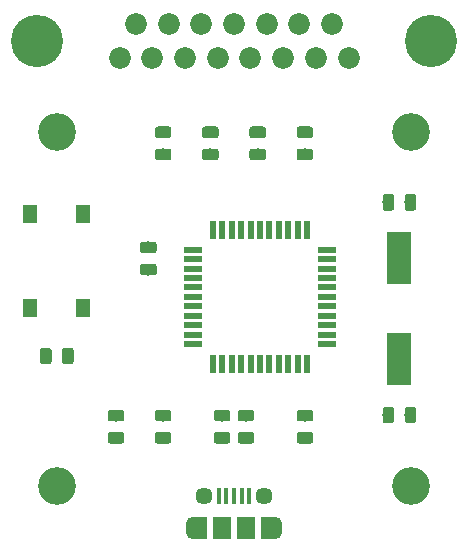
<source format=gbr>
G04 #@! TF.GenerationSoftware,KiCad,Pcbnew,5.1.4+dfsg1-1*
G04 #@! TF.CreationDate,2020-03-06T15:50:39+01:00*
G04 #@! TF.ProjectId,sidewinder-usb,73696465-7769-46e6-9465-722d7573622e,rev?*
G04 #@! TF.SameCoordinates,Original*
G04 #@! TF.FileFunction,Soldermask,Top*
G04 #@! TF.FilePolarity,Negative*
%FSLAX46Y46*%
G04 Gerber Fmt 4.6, Leading zero omitted, Abs format (unit mm)*
G04 Created by KiCad (PCBNEW 5.1.4+dfsg1-1) date 2020-03-06 15:50:39*
%MOMM*%
%LPD*%
G04 APERTURE LIST*
%ADD10R,2.000000X4.500000*%
%ADD11C,3.200000*%
%ADD12R,1.500000X0.550000*%
%ADD13R,0.550000X1.500000*%
%ADD14R,1.300000X1.550000*%
%ADD15C,0.100000*%
%ADD16C,0.975000*%
%ADD17C,1.838200*%
%ADD18C,4.419200*%
%ADD19R,1.200000X1.900000*%
%ADD20O,1.200000X1.900000*%
%ADD21R,1.500000X1.900000*%
%ADD22C,1.450000*%
%ADD23R,0.400000X1.350000*%
G04 APERTURE END LIST*
D10*
X34000000Y24250000D03*
X34000000Y15750000D03*
D11*
X35000000Y35000000D03*
X5000000Y35000000D03*
X5000000Y5000000D03*
X35000000Y5000000D03*
D12*
X16500000Y17000000D03*
X16500000Y17800000D03*
X16500000Y18600000D03*
X16500000Y19400000D03*
X16500000Y20200000D03*
X16500000Y21000000D03*
X16500000Y21800000D03*
X16500000Y22600000D03*
X16500000Y23400000D03*
X16500000Y24200000D03*
X16500000Y25000000D03*
D13*
X18200000Y26700000D03*
X19000000Y26700000D03*
X19800000Y26700000D03*
X20600000Y26700000D03*
X21400000Y26700000D03*
X22200000Y26700000D03*
X23000000Y26700000D03*
X23800000Y26700000D03*
X24600000Y26700000D03*
X25400000Y26700000D03*
X26200000Y26700000D03*
D12*
X27900000Y25000000D03*
X27900000Y24200000D03*
X27900000Y23400000D03*
X27900000Y22600000D03*
X27900000Y21800000D03*
X27900000Y21000000D03*
X27900000Y20200000D03*
X27900000Y19400000D03*
X27900000Y18600000D03*
X27900000Y17800000D03*
X27900000Y17000000D03*
D13*
X26200000Y15300000D03*
X25400000Y15300000D03*
X24600000Y15300000D03*
X23800000Y15300000D03*
X23000000Y15300000D03*
X22200000Y15300000D03*
X21400000Y15300000D03*
X20600000Y15300000D03*
X19800000Y15300000D03*
X19000000Y15300000D03*
X18200000Y15300000D03*
D14*
X2750000Y20025000D03*
X7250000Y20025000D03*
X7250000Y27975000D03*
X2750000Y27975000D03*
D15*
G36*
X22480142Y35423826D02*
G01*
X22503803Y35420316D01*
X22527007Y35414504D01*
X22549529Y35406446D01*
X22571153Y35396218D01*
X22591670Y35383921D01*
X22610883Y35369671D01*
X22628607Y35353607D01*
X22644671Y35335883D01*
X22658921Y35316670D01*
X22671218Y35296153D01*
X22681446Y35274529D01*
X22689504Y35252007D01*
X22695316Y35228803D01*
X22698826Y35205142D01*
X22700000Y35181250D01*
X22700000Y34693750D01*
X22698826Y34669858D01*
X22695316Y34646197D01*
X22689504Y34622993D01*
X22681446Y34600471D01*
X22671218Y34578847D01*
X22658921Y34558330D01*
X22644671Y34539117D01*
X22628607Y34521393D01*
X22610883Y34505329D01*
X22591670Y34491079D01*
X22571153Y34478782D01*
X22549529Y34468554D01*
X22527007Y34460496D01*
X22503803Y34454684D01*
X22480142Y34451174D01*
X22456250Y34450000D01*
X21543750Y34450000D01*
X21519858Y34451174D01*
X21496197Y34454684D01*
X21472993Y34460496D01*
X21450471Y34468554D01*
X21428847Y34478782D01*
X21408330Y34491079D01*
X21389117Y34505329D01*
X21371393Y34521393D01*
X21355329Y34539117D01*
X21341079Y34558330D01*
X21328782Y34578847D01*
X21318554Y34600471D01*
X21310496Y34622993D01*
X21304684Y34646197D01*
X21301174Y34669858D01*
X21300000Y34693750D01*
X21300000Y35181250D01*
X21301174Y35205142D01*
X21304684Y35228803D01*
X21310496Y35252007D01*
X21318554Y35274529D01*
X21328782Y35296153D01*
X21341079Y35316670D01*
X21355329Y35335883D01*
X21371393Y35353607D01*
X21389117Y35369671D01*
X21408330Y35383921D01*
X21428847Y35396218D01*
X21450471Y35406446D01*
X21472993Y35414504D01*
X21496197Y35420316D01*
X21519858Y35423826D01*
X21543750Y35425000D01*
X22456250Y35425000D01*
X22480142Y35423826D01*
X22480142Y35423826D01*
G37*
D16*
X22000000Y34937500D03*
D15*
G36*
X22480142Y33548826D02*
G01*
X22503803Y33545316D01*
X22527007Y33539504D01*
X22549529Y33531446D01*
X22571153Y33521218D01*
X22591670Y33508921D01*
X22610883Y33494671D01*
X22628607Y33478607D01*
X22644671Y33460883D01*
X22658921Y33441670D01*
X22671218Y33421153D01*
X22681446Y33399529D01*
X22689504Y33377007D01*
X22695316Y33353803D01*
X22698826Y33330142D01*
X22700000Y33306250D01*
X22700000Y32818750D01*
X22698826Y32794858D01*
X22695316Y32771197D01*
X22689504Y32747993D01*
X22681446Y32725471D01*
X22671218Y32703847D01*
X22658921Y32683330D01*
X22644671Y32664117D01*
X22628607Y32646393D01*
X22610883Y32630329D01*
X22591670Y32616079D01*
X22571153Y32603782D01*
X22549529Y32593554D01*
X22527007Y32585496D01*
X22503803Y32579684D01*
X22480142Y32576174D01*
X22456250Y32575000D01*
X21543750Y32575000D01*
X21519858Y32576174D01*
X21496197Y32579684D01*
X21472993Y32585496D01*
X21450471Y32593554D01*
X21428847Y32603782D01*
X21408330Y32616079D01*
X21389117Y32630329D01*
X21371393Y32646393D01*
X21355329Y32664117D01*
X21341079Y32683330D01*
X21328782Y32703847D01*
X21318554Y32725471D01*
X21310496Y32747993D01*
X21304684Y32771197D01*
X21301174Y32794858D01*
X21300000Y32818750D01*
X21300000Y33306250D01*
X21301174Y33330142D01*
X21304684Y33353803D01*
X21310496Y33377007D01*
X21318554Y33399529D01*
X21328782Y33421153D01*
X21341079Y33441670D01*
X21355329Y33460883D01*
X21371393Y33478607D01*
X21389117Y33494671D01*
X21408330Y33508921D01*
X21428847Y33521218D01*
X21450471Y33531446D01*
X21472993Y33539504D01*
X21496197Y33545316D01*
X21519858Y33548826D01*
X21543750Y33550000D01*
X22456250Y33550000D01*
X22480142Y33548826D01*
X22480142Y33548826D01*
G37*
D16*
X22000000Y33062500D03*
D15*
G36*
X18480142Y35423826D02*
G01*
X18503803Y35420316D01*
X18527007Y35414504D01*
X18549529Y35406446D01*
X18571153Y35396218D01*
X18591670Y35383921D01*
X18610883Y35369671D01*
X18628607Y35353607D01*
X18644671Y35335883D01*
X18658921Y35316670D01*
X18671218Y35296153D01*
X18681446Y35274529D01*
X18689504Y35252007D01*
X18695316Y35228803D01*
X18698826Y35205142D01*
X18700000Y35181250D01*
X18700000Y34693750D01*
X18698826Y34669858D01*
X18695316Y34646197D01*
X18689504Y34622993D01*
X18681446Y34600471D01*
X18671218Y34578847D01*
X18658921Y34558330D01*
X18644671Y34539117D01*
X18628607Y34521393D01*
X18610883Y34505329D01*
X18591670Y34491079D01*
X18571153Y34478782D01*
X18549529Y34468554D01*
X18527007Y34460496D01*
X18503803Y34454684D01*
X18480142Y34451174D01*
X18456250Y34450000D01*
X17543750Y34450000D01*
X17519858Y34451174D01*
X17496197Y34454684D01*
X17472993Y34460496D01*
X17450471Y34468554D01*
X17428847Y34478782D01*
X17408330Y34491079D01*
X17389117Y34505329D01*
X17371393Y34521393D01*
X17355329Y34539117D01*
X17341079Y34558330D01*
X17328782Y34578847D01*
X17318554Y34600471D01*
X17310496Y34622993D01*
X17304684Y34646197D01*
X17301174Y34669858D01*
X17300000Y34693750D01*
X17300000Y35181250D01*
X17301174Y35205142D01*
X17304684Y35228803D01*
X17310496Y35252007D01*
X17318554Y35274529D01*
X17328782Y35296153D01*
X17341079Y35316670D01*
X17355329Y35335883D01*
X17371393Y35353607D01*
X17389117Y35369671D01*
X17408330Y35383921D01*
X17428847Y35396218D01*
X17450471Y35406446D01*
X17472993Y35414504D01*
X17496197Y35420316D01*
X17519858Y35423826D01*
X17543750Y35425000D01*
X18456250Y35425000D01*
X18480142Y35423826D01*
X18480142Y35423826D01*
G37*
D16*
X18000000Y34937500D03*
D15*
G36*
X18480142Y33548826D02*
G01*
X18503803Y33545316D01*
X18527007Y33539504D01*
X18549529Y33531446D01*
X18571153Y33521218D01*
X18591670Y33508921D01*
X18610883Y33494671D01*
X18628607Y33478607D01*
X18644671Y33460883D01*
X18658921Y33441670D01*
X18671218Y33421153D01*
X18681446Y33399529D01*
X18689504Y33377007D01*
X18695316Y33353803D01*
X18698826Y33330142D01*
X18700000Y33306250D01*
X18700000Y32818750D01*
X18698826Y32794858D01*
X18695316Y32771197D01*
X18689504Y32747993D01*
X18681446Y32725471D01*
X18671218Y32703847D01*
X18658921Y32683330D01*
X18644671Y32664117D01*
X18628607Y32646393D01*
X18610883Y32630329D01*
X18591670Y32616079D01*
X18571153Y32603782D01*
X18549529Y32593554D01*
X18527007Y32585496D01*
X18503803Y32579684D01*
X18480142Y32576174D01*
X18456250Y32575000D01*
X17543750Y32575000D01*
X17519858Y32576174D01*
X17496197Y32579684D01*
X17472993Y32585496D01*
X17450471Y32593554D01*
X17428847Y32603782D01*
X17408330Y32616079D01*
X17389117Y32630329D01*
X17371393Y32646393D01*
X17355329Y32664117D01*
X17341079Y32683330D01*
X17328782Y32703847D01*
X17318554Y32725471D01*
X17310496Y32747993D01*
X17304684Y32771197D01*
X17301174Y32794858D01*
X17300000Y32818750D01*
X17300000Y33306250D01*
X17301174Y33330142D01*
X17304684Y33353803D01*
X17310496Y33377007D01*
X17318554Y33399529D01*
X17328782Y33421153D01*
X17341079Y33441670D01*
X17355329Y33460883D01*
X17371393Y33478607D01*
X17389117Y33494671D01*
X17408330Y33508921D01*
X17428847Y33521218D01*
X17450471Y33531446D01*
X17472993Y33539504D01*
X17496197Y33545316D01*
X17519858Y33548826D01*
X17543750Y33550000D01*
X18456250Y33550000D01*
X18480142Y33548826D01*
X18480142Y33548826D01*
G37*
D16*
X18000000Y33062500D03*
D15*
G36*
X6205142Y16698826D02*
G01*
X6228803Y16695316D01*
X6252007Y16689504D01*
X6274529Y16681446D01*
X6296153Y16671218D01*
X6316670Y16658921D01*
X6335883Y16644671D01*
X6353607Y16628607D01*
X6369671Y16610883D01*
X6383921Y16591670D01*
X6396218Y16571153D01*
X6406446Y16549529D01*
X6414504Y16527007D01*
X6420316Y16503803D01*
X6423826Y16480142D01*
X6425000Y16456250D01*
X6425000Y15543750D01*
X6423826Y15519858D01*
X6420316Y15496197D01*
X6414504Y15472993D01*
X6406446Y15450471D01*
X6396218Y15428847D01*
X6383921Y15408330D01*
X6369671Y15389117D01*
X6353607Y15371393D01*
X6335883Y15355329D01*
X6316670Y15341079D01*
X6296153Y15328782D01*
X6274529Y15318554D01*
X6252007Y15310496D01*
X6228803Y15304684D01*
X6205142Y15301174D01*
X6181250Y15300000D01*
X5693750Y15300000D01*
X5669858Y15301174D01*
X5646197Y15304684D01*
X5622993Y15310496D01*
X5600471Y15318554D01*
X5578847Y15328782D01*
X5558330Y15341079D01*
X5539117Y15355329D01*
X5521393Y15371393D01*
X5505329Y15389117D01*
X5491079Y15408330D01*
X5478782Y15428847D01*
X5468554Y15450471D01*
X5460496Y15472993D01*
X5454684Y15496197D01*
X5451174Y15519858D01*
X5450000Y15543750D01*
X5450000Y16456250D01*
X5451174Y16480142D01*
X5454684Y16503803D01*
X5460496Y16527007D01*
X5468554Y16549529D01*
X5478782Y16571153D01*
X5491079Y16591670D01*
X5505329Y16610883D01*
X5521393Y16628607D01*
X5539117Y16644671D01*
X5558330Y16658921D01*
X5578847Y16671218D01*
X5600471Y16681446D01*
X5622993Y16689504D01*
X5646197Y16695316D01*
X5669858Y16698826D01*
X5693750Y16700000D01*
X6181250Y16700000D01*
X6205142Y16698826D01*
X6205142Y16698826D01*
G37*
D16*
X5937500Y16000000D03*
D15*
G36*
X4330142Y16698826D02*
G01*
X4353803Y16695316D01*
X4377007Y16689504D01*
X4399529Y16681446D01*
X4421153Y16671218D01*
X4441670Y16658921D01*
X4460883Y16644671D01*
X4478607Y16628607D01*
X4494671Y16610883D01*
X4508921Y16591670D01*
X4521218Y16571153D01*
X4531446Y16549529D01*
X4539504Y16527007D01*
X4545316Y16503803D01*
X4548826Y16480142D01*
X4550000Y16456250D01*
X4550000Y15543750D01*
X4548826Y15519858D01*
X4545316Y15496197D01*
X4539504Y15472993D01*
X4531446Y15450471D01*
X4521218Y15428847D01*
X4508921Y15408330D01*
X4494671Y15389117D01*
X4478607Y15371393D01*
X4460883Y15355329D01*
X4441670Y15341079D01*
X4421153Y15328782D01*
X4399529Y15318554D01*
X4377007Y15310496D01*
X4353803Y15304684D01*
X4330142Y15301174D01*
X4306250Y15300000D01*
X3818750Y15300000D01*
X3794858Y15301174D01*
X3771197Y15304684D01*
X3747993Y15310496D01*
X3725471Y15318554D01*
X3703847Y15328782D01*
X3683330Y15341079D01*
X3664117Y15355329D01*
X3646393Y15371393D01*
X3630329Y15389117D01*
X3616079Y15408330D01*
X3603782Y15428847D01*
X3593554Y15450471D01*
X3585496Y15472993D01*
X3579684Y15496197D01*
X3576174Y15519858D01*
X3575000Y15543750D01*
X3575000Y16456250D01*
X3576174Y16480142D01*
X3579684Y16503803D01*
X3585496Y16527007D01*
X3593554Y16549529D01*
X3603782Y16571153D01*
X3616079Y16591670D01*
X3630329Y16610883D01*
X3646393Y16628607D01*
X3664117Y16644671D01*
X3683330Y16658921D01*
X3703847Y16671218D01*
X3725471Y16681446D01*
X3747993Y16689504D01*
X3771197Y16695316D01*
X3794858Y16698826D01*
X3818750Y16700000D01*
X4306250Y16700000D01*
X4330142Y16698826D01*
X4330142Y16698826D01*
G37*
D16*
X4062500Y16000000D03*
D15*
G36*
X19480142Y9548826D02*
G01*
X19503803Y9545316D01*
X19527007Y9539504D01*
X19549529Y9531446D01*
X19571153Y9521218D01*
X19591670Y9508921D01*
X19610883Y9494671D01*
X19628607Y9478607D01*
X19644671Y9460883D01*
X19658921Y9441670D01*
X19671218Y9421153D01*
X19681446Y9399529D01*
X19689504Y9377007D01*
X19695316Y9353803D01*
X19698826Y9330142D01*
X19700000Y9306250D01*
X19700000Y8818750D01*
X19698826Y8794858D01*
X19695316Y8771197D01*
X19689504Y8747993D01*
X19681446Y8725471D01*
X19671218Y8703847D01*
X19658921Y8683330D01*
X19644671Y8664117D01*
X19628607Y8646393D01*
X19610883Y8630329D01*
X19591670Y8616079D01*
X19571153Y8603782D01*
X19549529Y8593554D01*
X19527007Y8585496D01*
X19503803Y8579684D01*
X19480142Y8576174D01*
X19456250Y8575000D01*
X18543750Y8575000D01*
X18519858Y8576174D01*
X18496197Y8579684D01*
X18472993Y8585496D01*
X18450471Y8593554D01*
X18428847Y8603782D01*
X18408330Y8616079D01*
X18389117Y8630329D01*
X18371393Y8646393D01*
X18355329Y8664117D01*
X18341079Y8683330D01*
X18328782Y8703847D01*
X18318554Y8725471D01*
X18310496Y8747993D01*
X18304684Y8771197D01*
X18301174Y8794858D01*
X18300000Y8818750D01*
X18300000Y9306250D01*
X18301174Y9330142D01*
X18304684Y9353803D01*
X18310496Y9377007D01*
X18318554Y9399529D01*
X18328782Y9421153D01*
X18341079Y9441670D01*
X18355329Y9460883D01*
X18371393Y9478607D01*
X18389117Y9494671D01*
X18408330Y9508921D01*
X18428847Y9521218D01*
X18450471Y9531446D01*
X18472993Y9539504D01*
X18496197Y9545316D01*
X18519858Y9548826D01*
X18543750Y9550000D01*
X19456250Y9550000D01*
X19480142Y9548826D01*
X19480142Y9548826D01*
G37*
D16*
X19000000Y9062500D03*
D15*
G36*
X19480142Y11423826D02*
G01*
X19503803Y11420316D01*
X19527007Y11414504D01*
X19549529Y11406446D01*
X19571153Y11396218D01*
X19591670Y11383921D01*
X19610883Y11369671D01*
X19628607Y11353607D01*
X19644671Y11335883D01*
X19658921Y11316670D01*
X19671218Y11296153D01*
X19681446Y11274529D01*
X19689504Y11252007D01*
X19695316Y11228803D01*
X19698826Y11205142D01*
X19700000Y11181250D01*
X19700000Y10693750D01*
X19698826Y10669858D01*
X19695316Y10646197D01*
X19689504Y10622993D01*
X19681446Y10600471D01*
X19671218Y10578847D01*
X19658921Y10558330D01*
X19644671Y10539117D01*
X19628607Y10521393D01*
X19610883Y10505329D01*
X19591670Y10491079D01*
X19571153Y10478782D01*
X19549529Y10468554D01*
X19527007Y10460496D01*
X19503803Y10454684D01*
X19480142Y10451174D01*
X19456250Y10450000D01*
X18543750Y10450000D01*
X18519858Y10451174D01*
X18496197Y10454684D01*
X18472993Y10460496D01*
X18450471Y10468554D01*
X18428847Y10478782D01*
X18408330Y10491079D01*
X18389117Y10505329D01*
X18371393Y10521393D01*
X18355329Y10539117D01*
X18341079Y10558330D01*
X18328782Y10578847D01*
X18318554Y10600471D01*
X18310496Y10622993D01*
X18304684Y10646197D01*
X18301174Y10669858D01*
X18300000Y10693750D01*
X18300000Y11181250D01*
X18301174Y11205142D01*
X18304684Y11228803D01*
X18310496Y11252007D01*
X18318554Y11274529D01*
X18328782Y11296153D01*
X18341079Y11316670D01*
X18355329Y11335883D01*
X18371393Y11353607D01*
X18389117Y11369671D01*
X18408330Y11383921D01*
X18428847Y11396218D01*
X18450471Y11406446D01*
X18472993Y11414504D01*
X18496197Y11420316D01*
X18519858Y11423826D01*
X18543750Y11425000D01*
X19456250Y11425000D01*
X19480142Y11423826D01*
X19480142Y11423826D01*
G37*
D16*
X19000000Y10937500D03*
D15*
G36*
X21480142Y9548826D02*
G01*
X21503803Y9545316D01*
X21527007Y9539504D01*
X21549529Y9531446D01*
X21571153Y9521218D01*
X21591670Y9508921D01*
X21610883Y9494671D01*
X21628607Y9478607D01*
X21644671Y9460883D01*
X21658921Y9441670D01*
X21671218Y9421153D01*
X21681446Y9399529D01*
X21689504Y9377007D01*
X21695316Y9353803D01*
X21698826Y9330142D01*
X21700000Y9306250D01*
X21700000Y8818750D01*
X21698826Y8794858D01*
X21695316Y8771197D01*
X21689504Y8747993D01*
X21681446Y8725471D01*
X21671218Y8703847D01*
X21658921Y8683330D01*
X21644671Y8664117D01*
X21628607Y8646393D01*
X21610883Y8630329D01*
X21591670Y8616079D01*
X21571153Y8603782D01*
X21549529Y8593554D01*
X21527007Y8585496D01*
X21503803Y8579684D01*
X21480142Y8576174D01*
X21456250Y8575000D01*
X20543750Y8575000D01*
X20519858Y8576174D01*
X20496197Y8579684D01*
X20472993Y8585496D01*
X20450471Y8593554D01*
X20428847Y8603782D01*
X20408330Y8616079D01*
X20389117Y8630329D01*
X20371393Y8646393D01*
X20355329Y8664117D01*
X20341079Y8683330D01*
X20328782Y8703847D01*
X20318554Y8725471D01*
X20310496Y8747993D01*
X20304684Y8771197D01*
X20301174Y8794858D01*
X20300000Y8818750D01*
X20300000Y9306250D01*
X20301174Y9330142D01*
X20304684Y9353803D01*
X20310496Y9377007D01*
X20318554Y9399529D01*
X20328782Y9421153D01*
X20341079Y9441670D01*
X20355329Y9460883D01*
X20371393Y9478607D01*
X20389117Y9494671D01*
X20408330Y9508921D01*
X20428847Y9521218D01*
X20450471Y9531446D01*
X20472993Y9539504D01*
X20496197Y9545316D01*
X20519858Y9548826D01*
X20543750Y9550000D01*
X21456250Y9550000D01*
X21480142Y9548826D01*
X21480142Y9548826D01*
G37*
D16*
X21000000Y9062500D03*
D15*
G36*
X21480142Y11423826D02*
G01*
X21503803Y11420316D01*
X21527007Y11414504D01*
X21549529Y11406446D01*
X21571153Y11396218D01*
X21591670Y11383921D01*
X21610883Y11369671D01*
X21628607Y11353607D01*
X21644671Y11335883D01*
X21658921Y11316670D01*
X21671218Y11296153D01*
X21681446Y11274529D01*
X21689504Y11252007D01*
X21695316Y11228803D01*
X21698826Y11205142D01*
X21700000Y11181250D01*
X21700000Y10693750D01*
X21698826Y10669858D01*
X21695316Y10646197D01*
X21689504Y10622993D01*
X21681446Y10600471D01*
X21671218Y10578847D01*
X21658921Y10558330D01*
X21644671Y10539117D01*
X21628607Y10521393D01*
X21610883Y10505329D01*
X21591670Y10491079D01*
X21571153Y10478782D01*
X21549529Y10468554D01*
X21527007Y10460496D01*
X21503803Y10454684D01*
X21480142Y10451174D01*
X21456250Y10450000D01*
X20543750Y10450000D01*
X20519858Y10451174D01*
X20496197Y10454684D01*
X20472993Y10460496D01*
X20450471Y10468554D01*
X20428847Y10478782D01*
X20408330Y10491079D01*
X20389117Y10505329D01*
X20371393Y10521393D01*
X20355329Y10539117D01*
X20341079Y10558330D01*
X20328782Y10578847D01*
X20318554Y10600471D01*
X20310496Y10622993D01*
X20304684Y10646197D01*
X20301174Y10669858D01*
X20300000Y10693750D01*
X20300000Y11181250D01*
X20301174Y11205142D01*
X20304684Y11228803D01*
X20310496Y11252007D01*
X20318554Y11274529D01*
X20328782Y11296153D01*
X20341079Y11316670D01*
X20355329Y11335883D01*
X20371393Y11353607D01*
X20389117Y11369671D01*
X20408330Y11383921D01*
X20428847Y11396218D01*
X20450471Y11406446D01*
X20472993Y11414504D01*
X20496197Y11420316D01*
X20519858Y11423826D01*
X20543750Y11425000D01*
X21456250Y11425000D01*
X21480142Y11423826D01*
X21480142Y11423826D01*
G37*
D16*
X21000000Y10937500D03*
D17*
X11690000Y44105000D03*
X14460000Y44105000D03*
X17230000Y44105000D03*
X28310000Y44105000D03*
X25540000Y44105000D03*
X22770000Y44105000D03*
X20000000Y44105000D03*
X29695000Y41265000D03*
X10305000Y41265000D03*
X13075000Y41265000D03*
X15845000Y41265000D03*
X26925000Y41265000D03*
X24155000Y41265000D03*
X21385000Y41265000D03*
X18615000Y41265000D03*
D18*
X3340000Y42685000D03*
X36660000Y42685000D03*
D19*
X17100000Y1462500D03*
X22900000Y1462500D03*
D20*
X23500000Y1462500D03*
X16500000Y1462500D03*
D21*
X19000000Y1462500D03*
D22*
X22500000Y4162500D03*
D23*
X20000000Y4162500D03*
X20650000Y4162500D03*
X21300000Y4162500D03*
X18700000Y4162500D03*
X19350000Y4162500D03*
D22*
X17500000Y4162500D03*
D21*
X21000000Y1462500D03*
D15*
G36*
X14480142Y11423826D02*
G01*
X14503803Y11420316D01*
X14527007Y11414504D01*
X14549529Y11406446D01*
X14571153Y11396218D01*
X14591670Y11383921D01*
X14610883Y11369671D01*
X14628607Y11353607D01*
X14644671Y11335883D01*
X14658921Y11316670D01*
X14671218Y11296153D01*
X14681446Y11274529D01*
X14689504Y11252007D01*
X14695316Y11228803D01*
X14698826Y11205142D01*
X14700000Y11181250D01*
X14700000Y10693750D01*
X14698826Y10669858D01*
X14695316Y10646197D01*
X14689504Y10622993D01*
X14681446Y10600471D01*
X14671218Y10578847D01*
X14658921Y10558330D01*
X14644671Y10539117D01*
X14628607Y10521393D01*
X14610883Y10505329D01*
X14591670Y10491079D01*
X14571153Y10478782D01*
X14549529Y10468554D01*
X14527007Y10460496D01*
X14503803Y10454684D01*
X14480142Y10451174D01*
X14456250Y10450000D01*
X13543750Y10450000D01*
X13519858Y10451174D01*
X13496197Y10454684D01*
X13472993Y10460496D01*
X13450471Y10468554D01*
X13428847Y10478782D01*
X13408330Y10491079D01*
X13389117Y10505329D01*
X13371393Y10521393D01*
X13355329Y10539117D01*
X13341079Y10558330D01*
X13328782Y10578847D01*
X13318554Y10600471D01*
X13310496Y10622993D01*
X13304684Y10646197D01*
X13301174Y10669858D01*
X13300000Y10693750D01*
X13300000Y11181250D01*
X13301174Y11205142D01*
X13304684Y11228803D01*
X13310496Y11252007D01*
X13318554Y11274529D01*
X13328782Y11296153D01*
X13341079Y11316670D01*
X13355329Y11335883D01*
X13371393Y11353607D01*
X13389117Y11369671D01*
X13408330Y11383921D01*
X13428847Y11396218D01*
X13450471Y11406446D01*
X13472993Y11414504D01*
X13496197Y11420316D01*
X13519858Y11423826D01*
X13543750Y11425000D01*
X14456250Y11425000D01*
X14480142Y11423826D01*
X14480142Y11423826D01*
G37*
D16*
X14000000Y10937500D03*
D15*
G36*
X14480142Y9548826D02*
G01*
X14503803Y9545316D01*
X14527007Y9539504D01*
X14549529Y9531446D01*
X14571153Y9521218D01*
X14591670Y9508921D01*
X14610883Y9494671D01*
X14628607Y9478607D01*
X14644671Y9460883D01*
X14658921Y9441670D01*
X14671218Y9421153D01*
X14681446Y9399529D01*
X14689504Y9377007D01*
X14695316Y9353803D01*
X14698826Y9330142D01*
X14700000Y9306250D01*
X14700000Y8818750D01*
X14698826Y8794858D01*
X14695316Y8771197D01*
X14689504Y8747993D01*
X14681446Y8725471D01*
X14671218Y8703847D01*
X14658921Y8683330D01*
X14644671Y8664117D01*
X14628607Y8646393D01*
X14610883Y8630329D01*
X14591670Y8616079D01*
X14571153Y8603782D01*
X14549529Y8593554D01*
X14527007Y8585496D01*
X14503803Y8579684D01*
X14480142Y8576174D01*
X14456250Y8575000D01*
X13543750Y8575000D01*
X13519858Y8576174D01*
X13496197Y8579684D01*
X13472993Y8585496D01*
X13450471Y8593554D01*
X13428847Y8603782D01*
X13408330Y8616079D01*
X13389117Y8630329D01*
X13371393Y8646393D01*
X13355329Y8664117D01*
X13341079Y8683330D01*
X13328782Y8703847D01*
X13318554Y8725471D01*
X13310496Y8747993D01*
X13304684Y8771197D01*
X13301174Y8794858D01*
X13300000Y8818750D01*
X13300000Y9306250D01*
X13301174Y9330142D01*
X13304684Y9353803D01*
X13310496Y9377007D01*
X13318554Y9399529D01*
X13328782Y9421153D01*
X13341079Y9441670D01*
X13355329Y9460883D01*
X13371393Y9478607D01*
X13389117Y9494671D01*
X13408330Y9508921D01*
X13428847Y9521218D01*
X13450471Y9531446D01*
X13472993Y9539504D01*
X13496197Y9545316D01*
X13519858Y9548826D01*
X13543750Y9550000D01*
X14456250Y9550000D01*
X14480142Y9548826D01*
X14480142Y9548826D01*
G37*
D16*
X14000000Y9062500D03*
D15*
G36*
X26480142Y35423826D02*
G01*
X26503803Y35420316D01*
X26527007Y35414504D01*
X26549529Y35406446D01*
X26571153Y35396218D01*
X26591670Y35383921D01*
X26610883Y35369671D01*
X26628607Y35353607D01*
X26644671Y35335883D01*
X26658921Y35316670D01*
X26671218Y35296153D01*
X26681446Y35274529D01*
X26689504Y35252007D01*
X26695316Y35228803D01*
X26698826Y35205142D01*
X26700000Y35181250D01*
X26700000Y34693750D01*
X26698826Y34669858D01*
X26695316Y34646197D01*
X26689504Y34622993D01*
X26681446Y34600471D01*
X26671218Y34578847D01*
X26658921Y34558330D01*
X26644671Y34539117D01*
X26628607Y34521393D01*
X26610883Y34505329D01*
X26591670Y34491079D01*
X26571153Y34478782D01*
X26549529Y34468554D01*
X26527007Y34460496D01*
X26503803Y34454684D01*
X26480142Y34451174D01*
X26456250Y34450000D01*
X25543750Y34450000D01*
X25519858Y34451174D01*
X25496197Y34454684D01*
X25472993Y34460496D01*
X25450471Y34468554D01*
X25428847Y34478782D01*
X25408330Y34491079D01*
X25389117Y34505329D01*
X25371393Y34521393D01*
X25355329Y34539117D01*
X25341079Y34558330D01*
X25328782Y34578847D01*
X25318554Y34600471D01*
X25310496Y34622993D01*
X25304684Y34646197D01*
X25301174Y34669858D01*
X25300000Y34693750D01*
X25300000Y35181250D01*
X25301174Y35205142D01*
X25304684Y35228803D01*
X25310496Y35252007D01*
X25318554Y35274529D01*
X25328782Y35296153D01*
X25341079Y35316670D01*
X25355329Y35335883D01*
X25371393Y35353607D01*
X25389117Y35369671D01*
X25408330Y35383921D01*
X25428847Y35396218D01*
X25450471Y35406446D01*
X25472993Y35414504D01*
X25496197Y35420316D01*
X25519858Y35423826D01*
X25543750Y35425000D01*
X26456250Y35425000D01*
X26480142Y35423826D01*
X26480142Y35423826D01*
G37*
D16*
X26000000Y34937500D03*
D15*
G36*
X26480142Y33548826D02*
G01*
X26503803Y33545316D01*
X26527007Y33539504D01*
X26549529Y33531446D01*
X26571153Y33521218D01*
X26591670Y33508921D01*
X26610883Y33494671D01*
X26628607Y33478607D01*
X26644671Y33460883D01*
X26658921Y33441670D01*
X26671218Y33421153D01*
X26681446Y33399529D01*
X26689504Y33377007D01*
X26695316Y33353803D01*
X26698826Y33330142D01*
X26700000Y33306250D01*
X26700000Y32818750D01*
X26698826Y32794858D01*
X26695316Y32771197D01*
X26689504Y32747993D01*
X26681446Y32725471D01*
X26671218Y32703847D01*
X26658921Y32683330D01*
X26644671Y32664117D01*
X26628607Y32646393D01*
X26610883Y32630329D01*
X26591670Y32616079D01*
X26571153Y32603782D01*
X26549529Y32593554D01*
X26527007Y32585496D01*
X26503803Y32579684D01*
X26480142Y32576174D01*
X26456250Y32575000D01*
X25543750Y32575000D01*
X25519858Y32576174D01*
X25496197Y32579684D01*
X25472993Y32585496D01*
X25450471Y32593554D01*
X25428847Y32603782D01*
X25408330Y32616079D01*
X25389117Y32630329D01*
X25371393Y32646393D01*
X25355329Y32664117D01*
X25341079Y32683330D01*
X25328782Y32703847D01*
X25318554Y32725471D01*
X25310496Y32747993D01*
X25304684Y32771197D01*
X25301174Y32794858D01*
X25300000Y32818750D01*
X25300000Y33306250D01*
X25301174Y33330142D01*
X25304684Y33353803D01*
X25310496Y33377007D01*
X25318554Y33399529D01*
X25328782Y33421153D01*
X25341079Y33441670D01*
X25355329Y33460883D01*
X25371393Y33478607D01*
X25389117Y33494671D01*
X25408330Y33508921D01*
X25428847Y33521218D01*
X25450471Y33531446D01*
X25472993Y33539504D01*
X25496197Y33545316D01*
X25519858Y33548826D01*
X25543750Y33550000D01*
X26456250Y33550000D01*
X26480142Y33548826D01*
X26480142Y33548826D01*
G37*
D16*
X26000000Y33062500D03*
D15*
G36*
X14480142Y35423826D02*
G01*
X14503803Y35420316D01*
X14527007Y35414504D01*
X14549529Y35406446D01*
X14571153Y35396218D01*
X14591670Y35383921D01*
X14610883Y35369671D01*
X14628607Y35353607D01*
X14644671Y35335883D01*
X14658921Y35316670D01*
X14671218Y35296153D01*
X14681446Y35274529D01*
X14689504Y35252007D01*
X14695316Y35228803D01*
X14698826Y35205142D01*
X14700000Y35181250D01*
X14700000Y34693750D01*
X14698826Y34669858D01*
X14695316Y34646197D01*
X14689504Y34622993D01*
X14681446Y34600471D01*
X14671218Y34578847D01*
X14658921Y34558330D01*
X14644671Y34539117D01*
X14628607Y34521393D01*
X14610883Y34505329D01*
X14591670Y34491079D01*
X14571153Y34478782D01*
X14549529Y34468554D01*
X14527007Y34460496D01*
X14503803Y34454684D01*
X14480142Y34451174D01*
X14456250Y34450000D01*
X13543750Y34450000D01*
X13519858Y34451174D01*
X13496197Y34454684D01*
X13472993Y34460496D01*
X13450471Y34468554D01*
X13428847Y34478782D01*
X13408330Y34491079D01*
X13389117Y34505329D01*
X13371393Y34521393D01*
X13355329Y34539117D01*
X13341079Y34558330D01*
X13328782Y34578847D01*
X13318554Y34600471D01*
X13310496Y34622993D01*
X13304684Y34646197D01*
X13301174Y34669858D01*
X13300000Y34693750D01*
X13300000Y35181250D01*
X13301174Y35205142D01*
X13304684Y35228803D01*
X13310496Y35252007D01*
X13318554Y35274529D01*
X13328782Y35296153D01*
X13341079Y35316670D01*
X13355329Y35335883D01*
X13371393Y35353607D01*
X13389117Y35369671D01*
X13408330Y35383921D01*
X13428847Y35396218D01*
X13450471Y35406446D01*
X13472993Y35414504D01*
X13496197Y35420316D01*
X13519858Y35423826D01*
X13543750Y35425000D01*
X14456250Y35425000D01*
X14480142Y35423826D01*
X14480142Y35423826D01*
G37*
D16*
X14000000Y34937500D03*
D15*
G36*
X14480142Y33548826D02*
G01*
X14503803Y33545316D01*
X14527007Y33539504D01*
X14549529Y33531446D01*
X14571153Y33521218D01*
X14591670Y33508921D01*
X14610883Y33494671D01*
X14628607Y33478607D01*
X14644671Y33460883D01*
X14658921Y33441670D01*
X14671218Y33421153D01*
X14681446Y33399529D01*
X14689504Y33377007D01*
X14695316Y33353803D01*
X14698826Y33330142D01*
X14700000Y33306250D01*
X14700000Y32818750D01*
X14698826Y32794858D01*
X14695316Y32771197D01*
X14689504Y32747993D01*
X14681446Y32725471D01*
X14671218Y32703847D01*
X14658921Y32683330D01*
X14644671Y32664117D01*
X14628607Y32646393D01*
X14610883Y32630329D01*
X14591670Y32616079D01*
X14571153Y32603782D01*
X14549529Y32593554D01*
X14527007Y32585496D01*
X14503803Y32579684D01*
X14480142Y32576174D01*
X14456250Y32575000D01*
X13543750Y32575000D01*
X13519858Y32576174D01*
X13496197Y32579684D01*
X13472993Y32585496D01*
X13450471Y32593554D01*
X13428847Y32603782D01*
X13408330Y32616079D01*
X13389117Y32630329D01*
X13371393Y32646393D01*
X13355329Y32664117D01*
X13341079Y32683330D01*
X13328782Y32703847D01*
X13318554Y32725471D01*
X13310496Y32747993D01*
X13304684Y32771197D01*
X13301174Y32794858D01*
X13300000Y32818750D01*
X13300000Y33306250D01*
X13301174Y33330142D01*
X13304684Y33353803D01*
X13310496Y33377007D01*
X13318554Y33399529D01*
X13328782Y33421153D01*
X13341079Y33441670D01*
X13355329Y33460883D01*
X13371393Y33478607D01*
X13389117Y33494671D01*
X13408330Y33508921D01*
X13428847Y33521218D01*
X13450471Y33531446D01*
X13472993Y33539504D01*
X13496197Y33545316D01*
X13519858Y33548826D01*
X13543750Y33550000D01*
X14456250Y33550000D01*
X14480142Y33548826D01*
X14480142Y33548826D01*
G37*
D16*
X14000000Y33062500D03*
D15*
G36*
X26480142Y9548826D02*
G01*
X26503803Y9545316D01*
X26527007Y9539504D01*
X26549529Y9531446D01*
X26571153Y9521218D01*
X26591670Y9508921D01*
X26610883Y9494671D01*
X26628607Y9478607D01*
X26644671Y9460883D01*
X26658921Y9441670D01*
X26671218Y9421153D01*
X26681446Y9399529D01*
X26689504Y9377007D01*
X26695316Y9353803D01*
X26698826Y9330142D01*
X26700000Y9306250D01*
X26700000Y8818750D01*
X26698826Y8794858D01*
X26695316Y8771197D01*
X26689504Y8747993D01*
X26681446Y8725471D01*
X26671218Y8703847D01*
X26658921Y8683330D01*
X26644671Y8664117D01*
X26628607Y8646393D01*
X26610883Y8630329D01*
X26591670Y8616079D01*
X26571153Y8603782D01*
X26549529Y8593554D01*
X26527007Y8585496D01*
X26503803Y8579684D01*
X26480142Y8576174D01*
X26456250Y8575000D01*
X25543750Y8575000D01*
X25519858Y8576174D01*
X25496197Y8579684D01*
X25472993Y8585496D01*
X25450471Y8593554D01*
X25428847Y8603782D01*
X25408330Y8616079D01*
X25389117Y8630329D01*
X25371393Y8646393D01*
X25355329Y8664117D01*
X25341079Y8683330D01*
X25328782Y8703847D01*
X25318554Y8725471D01*
X25310496Y8747993D01*
X25304684Y8771197D01*
X25301174Y8794858D01*
X25300000Y8818750D01*
X25300000Y9306250D01*
X25301174Y9330142D01*
X25304684Y9353803D01*
X25310496Y9377007D01*
X25318554Y9399529D01*
X25328782Y9421153D01*
X25341079Y9441670D01*
X25355329Y9460883D01*
X25371393Y9478607D01*
X25389117Y9494671D01*
X25408330Y9508921D01*
X25428847Y9521218D01*
X25450471Y9531446D01*
X25472993Y9539504D01*
X25496197Y9545316D01*
X25519858Y9548826D01*
X25543750Y9550000D01*
X26456250Y9550000D01*
X26480142Y9548826D01*
X26480142Y9548826D01*
G37*
D16*
X26000000Y9062500D03*
D15*
G36*
X26480142Y11423826D02*
G01*
X26503803Y11420316D01*
X26527007Y11414504D01*
X26549529Y11406446D01*
X26571153Y11396218D01*
X26591670Y11383921D01*
X26610883Y11369671D01*
X26628607Y11353607D01*
X26644671Y11335883D01*
X26658921Y11316670D01*
X26671218Y11296153D01*
X26681446Y11274529D01*
X26689504Y11252007D01*
X26695316Y11228803D01*
X26698826Y11205142D01*
X26700000Y11181250D01*
X26700000Y10693750D01*
X26698826Y10669858D01*
X26695316Y10646197D01*
X26689504Y10622993D01*
X26681446Y10600471D01*
X26671218Y10578847D01*
X26658921Y10558330D01*
X26644671Y10539117D01*
X26628607Y10521393D01*
X26610883Y10505329D01*
X26591670Y10491079D01*
X26571153Y10478782D01*
X26549529Y10468554D01*
X26527007Y10460496D01*
X26503803Y10454684D01*
X26480142Y10451174D01*
X26456250Y10450000D01*
X25543750Y10450000D01*
X25519858Y10451174D01*
X25496197Y10454684D01*
X25472993Y10460496D01*
X25450471Y10468554D01*
X25428847Y10478782D01*
X25408330Y10491079D01*
X25389117Y10505329D01*
X25371393Y10521393D01*
X25355329Y10539117D01*
X25341079Y10558330D01*
X25328782Y10578847D01*
X25318554Y10600471D01*
X25310496Y10622993D01*
X25304684Y10646197D01*
X25301174Y10669858D01*
X25300000Y10693750D01*
X25300000Y11181250D01*
X25301174Y11205142D01*
X25304684Y11228803D01*
X25310496Y11252007D01*
X25318554Y11274529D01*
X25328782Y11296153D01*
X25341079Y11316670D01*
X25355329Y11335883D01*
X25371393Y11353607D01*
X25389117Y11369671D01*
X25408330Y11383921D01*
X25428847Y11396218D01*
X25450471Y11406446D01*
X25472993Y11414504D01*
X25496197Y11420316D01*
X25519858Y11423826D01*
X25543750Y11425000D01*
X26456250Y11425000D01*
X26480142Y11423826D01*
X26480142Y11423826D01*
G37*
D16*
X26000000Y10937500D03*
D15*
G36*
X33330142Y29698826D02*
G01*
X33353803Y29695316D01*
X33377007Y29689504D01*
X33399529Y29681446D01*
X33421153Y29671218D01*
X33441670Y29658921D01*
X33460883Y29644671D01*
X33478607Y29628607D01*
X33494671Y29610883D01*
X33508921Y29591670D01*
X33521218Y29571153D01*
X33531446Y29549529D01*
X33539504Y29527007D01*
X33545316Y29503803D01*
X33548826Y29480142D01*
X33550000Y29456250D01*
X33550000Y28543750D01*
X33548826Y28519858D01*
X33545316Y28496197D01*
X33539504Y28472993D01*
X33531446Y28450471D01*
X33521218Y28428847D01*
X33508921Y28408330D01*
X33494671Y28389117D01*
X33478607Y28371393D01*
X33460883Y28355329D01*
X33441670Y28341079D01*
X33421153Y28328782D01*
X33399529Y28318554D01*
X33377007Y28310496D01*
X33353803Y28304684D01*
X33330142Y28301174D01*
X33306250Y28300000D01*
X32818750Y28300000D01*
X32794858Y28301174D01*
X32771197Y28304684D01*
X32747993Y28310496D01*
X32725471Y28318554D01*
X32703847Y28328782D01*
X32683330Y28341079D01*
X32664117Y28355329D01*
X32646393Y28371393D01*
X32630329Y28389117D01*
X32616079Y28408330D01*
X32603782Y28428847D01*
X32593554Y28450471D01*
X32585496Y28472993D01*
X32579684Y28496197D01*
X32576174Y28519858D01*
X32575000Y28543750D01*
X32575000Y29456250D01*
X32576174Y29480142D01*
X32579684Y29503803D01*
X32585496Y29527007D01*
X32593554Y29549529D01*
X32603782Y29571153D01*
X32616079Y29591670D01*
X32630329Y29610883D01*
X32646393Y29628607D01*
X32664117Y29644671D01*
X32683330Y29658921D01*
X32703847Y29671218D01*
X32725471Y29681446D01*
X32747993Y29689504D01*
X32771197Y29695316D01*
X32794858Y29698826D01*
X32818750Y29700000D01*
X33306250Y29700000D01*
X33330142Y29698826D01*
X33330142Y29698826D01*
G37*
D16*
X33062500Y29000000D03*
D15*
G36*
X35205142Y29698826D02*
G01*
X35228803Y29695316D01*
X35252007Y29689504D01*
X35274529Y29681446D01*
X35296153Y29671218D01*
X35316670Y29658921D01*
X35335883Y29644671D01*
X35353607Y29628607D01*
X35369671Y29610883D01*
X35383921Y29591670D01*
X35396218Y29571153D01*
X35406446Y29549529D01*
X35414504Y29527007D01*
X35420316Y29503803D01*
X35423826Y29480142D01*
X35425000Y29456250D01*
X35425000Y28543750D01*
X35423826Y28519858D01*
X35420316Y28496197D01*
X35414504Y28472993D01*
X35406446Y28450471D01*
X35396218Y28428847D01*
X35383921Y28408330D01*
X35369671Y28389117D01*
X35353607Y28371393D01*
X35335883Y28355329D01*
X35316670Y28341079D01*
X35296153Y28328782D01*
X35274529Y28318554D01*
X35252007Y28310496D01*
X35228803Y28304684D01*
X35205142Y28301174D01*
X35181250Y28300000D01*
X34693750Y28300000D01*
X34669858Y28301174D01*
X34646197Y28304684D01*
X34622993Y28310496D01*
X34600471Y28318554D01*
X34578847Y28328782D01*
X34558330Y28341079D01*
X34539117Y28355329D01*
X34521393Y28371393D01*
X34505329Y28389117D01*
X34491079Y28408330D01*
X34478782Y28428847D01*
X34468554Y28450471D01*
X34460496Y28472993D01*
X34454684Y28496197D01*
X34451174Y28519858D01*
X34450000Y28543750D01*
X34450000Y29456250D01*
X34451174Y29480142D01*
X34454684Y29503803D01*
X34460496Y29527007D01*
X34468554Y29549529D01*
X34478782Y29571153D01*
X34491079Y29591670D01*
X34505329Y29610883D01*
X34521393Y29628607D01*
X34539117Y29644671D01*
X34558330Y29658921D01*
X34578847Y29671218D01*
X34600471Y29681446D01*
X34622993Y29689504D01*
X34646197Y29695316D01*
X34669858Y29698826D01*
X34693750Y29700000D01*
X35181250Y29700000D01*
X35205142Y29698826D01*
X35205142Y29698826D01*
G37*
D16*
X34937500Y29000000D03*
D15*
G36*
X33330142Y11698826D02*
G01*
X33353803Y11695316D01*
X33377007Y11689504D01*
X33399529Y11681446D01*
X33421153Y11671218D01*
X33441670Y11658921D01*
X33460883Y11644671D01*
X33478607Y11628607D01*
X33494671Y11610883D01*
X33508921Y11591670D01*
X33521218Y11571153D01*
X33531446Y11549529D01*
X33539504Y11527007D01*
X33545316Y11503803D01*
X33548826Y11480142D01*
X33550000Y11456250D01*
X33550000Y10543750D01*
X33548826Y10519858D01*
X33545316Y10496197D01*
X33539504Y10472993D01*
X33531446Y10450471D01*
X33521218Y10428847D01*
X33508921Y10408330D01*
X33494671Y10389117D01*
X33478607Y10371393D01*
X33460883Y10355329D01*
X33441670Y10341079D01*
X33421153Y10328782D01*
X33399529Y10318554D01*
X33377007Y10310496D01*
X33353803Y10304684D01*
X33330142Y10301174D01*
X33306250Y10300000D01*
X32818750Y10300000D01*
X32794858Y10301174D01*
X32771197Y10304684D01*
X32747993Y10310496D01*
X32725471Y10318554D01*
X32703847Y10328782D01*
X32683330Y10341079D01*
X32664117Y10355329D01*
X32646393Y10371393D01*
X32630329Y10389117D01*
X32616079Y10408330D01*
X32603782Y10428847D01*
X32593554Y10450471D01*
X32585496Y10472993D01*
X32579684Y10496197D01*
X32576174Y10519858D01*
X32575000Y10543750D01*
X32575000Y11456250D01*
X32576174Y11480142D01*
X32579684Y11503803D01*
X32585496Y11527007D01*
X32593554Y11549529D01*
X32603782Y11571153D01*
X32616079Y11591670D01*
X32630329Y11610883D01*
X32646393Y11628607D01*
X32664117Y11644671D01*
X32683330Y11658921D01*
X32703847Y11671218D01*
X32725471Y11681446D01*
X32747993Y11689504D01*
X32771197Y11695316D01*
X32794858Y11698826D01*
X32818750Y11700000D01*
X33306250Y11700000D01*
X33330142Y11698826D01*
X33330142Y11698826D01*
G37*
D16*
X33062500Y11000000D03*
D15*
G36*
X35205142Y11698826D02*
G01*
X35228803Y11695316D01*
X35252007Y11689504D01*
X35274529Y11681446D01*
X35296153Y11671218D01*
X35316670Y11658921D01*
X35335883Y11644671D01*
X35353607Y11628607D01*
X35369671Y11610883D01*
X35383921Y11591670D01*
X35396218Y11571153D01*
X35406446Y11549529D01*
X35414504Y11527007D01*
X35420316Y11503803D01*
X35423826Y11480142D01*
X35425000Y11456250D01*
X35425000Y10543750D01*
X35423826Y10519858D01*
X35420316Y10496197D01*
X35414504Y10472993D01*
X35406446Y10450471D01*
X35396218Y10428847D01*
X35383921Y10408330D01*
X35369671Y10389117D01*
X35353607Y10371393D01*
X35335883Y10355329D01*
X35316670Y10341079D01*
X35296153Y10328782D01*
X35274529Y10318554D01*
X35252007Y10310496D01*
X35228803Y10304684D01*
X35205142Y10301174D01*
X35181250Y10300000D01*
X34693750Y10300000D01*
X34669858Y10301174D01*
X34646197Y10304684D01*
X34622993Y10310496D01*
X34600471Y10318554D01*
X34578847Y10328782D01*
X34558330Y10341079D01*
X34539117Y10355329D01*
X34521393Y10371393D01*
X34505329Y10389117D01*
X34491079Y10408330D01*
X34478782Y10428847D01*
X34468554Y10450471D01*
X34460496Y10472993D01*
X34454684Y10496197D01*
X34451174Y10519858D01*
X34450000Y10543750D01*
X34450000Y11456250D01*
X34451174Y11480142D01*
X34454684Y11503803D01*
X34460496Y11527007D01*
X34468554Y11549529D01*
X34478782Y11571153D01*
X34491079Y11591670D01*
X34505329Y11610883D01*
X34521393Y11628607D01*
X34539117Y11644671D01*
X34558330Y11658921D01*
X34578847Y11671218D01*
X34600471Y11681446D01*
X34622993Y11689504D01*
X34646197Y11695316D01*
X34669858Y11698826D01*
X34693750Y11700000D01*
X35181250Y11700000D01*
X35205142Y11698826D01*
X35205142Y11698826D01*
G37*
D16*
X34937500Y11000000D03*
D15*
G36*
X13230142Y23798826D02*
G01*
X13253803Y23795316D01*
X13277007Y23789504D01*
X13299529Y23781446D01*
X13321153Y23771218D01*
X13341670Y23758921D01*
X13360883Y23744671D01*
X13378607Y23728607D01*
X13394671Y23710883D01*
X13408921Y23691670D01*
X13421218Y23671153D01*
X13431446Y23649529D01*
X13439504Y23627007D01*
X13445316Y23603803D01*
X13448826Y23580142D01*
X13450000Y23556250D01*
X13450000Y23068750D01*
X13448826Y23044858D01*
X13445316Y23021197D01*
X13439504Y22997993D01*
X13431446Y22975471D01*
X13421218Y22953847D01*
X13408921Y22933330D01*
X13394671Y22914117D01*
X13378607Y22896393D01*
X13360883Y22880329D01*
X13341670Y22866079D01*
X13321153Y22853782D01*
X13299529Y22843554D01*
X13277007Y22835496D01*
X13253803Y22829684D01*
X13230142Y22826174D01*
X13206250Y22825000D01*
X12293750Y22825000D01*
X12269858Y22826174D01*
X12246197Y22829684D01*
X12222993Y22835496D01*
X12200471Y22843554D01*
X12178847Y22853782D01*
X12158330Y22866079D01*
X12139117Y22880329D01*
X12121393Y22896393D01*
X12105329Y22914117D01*
X12091079Y22933330D01*
X12078782Y22953847D01*
X12068554Y22975471D01*
X12060496Y22997993D01*
X12054684Y23021197D01*
X12051174Y23044858D01*
X12050000Y23068750D01*
X12050000Y23556250D01*
X12051174Y23580142D01*
X12054684Y23603803D01*
X12060496Y23627007D01*
X12068554Y23649529D01*
X12078782Y23671153D01*
X12091079Y23691670D01*
X12105329Y23710883D01*
X12121393Y23728607D01*
X12139117Y23744671D01*
X12158330Y23758921D01*
X12178847Y23771218D01*
X12200471Y23781446D01*
X12222993Y23789504D01*
X12246197Y23795316D01*
X12269858Y23798826D01*
X12293750Y23800000D01*
X13206250Y23800000D01*
X13230142Y23798826D01*
X13230142Y23798826D01*
G37*
D16*
X12750000Y23312500D03*
D15*
G36*
X13230142Y25673826D02*
G01*
X13253803Y25670316D01*
X13277007Y25664504D01*
X13299529Y25656446D01*
X13321153Y25646218D01*
X13341670Y25633921D01*
X13360883Y25619671D01*
X13378607Y25603607D01*
X13394671Y25585883D01*
X13408921Y25566670D01*
X13421218Y25546153D01*
X13431446Y25524529D01*
X13439504Y25502007D01*
X13445316Y25478803D01*
X13448826Y25455142D01*
X13450000Y25431250D01*
X13450000Y24943750D01*
X13448826Y24919858D01*
X13445316Y24896197D01*
X13439504Y24872993D01*
X13431446Y24850471D01*
X13421218Y24828847D01*
X13408921Y24808330D01*
X13394671Y24789117D01*
X13378607Y24771393D01*
X13360883Y24755329D01*
X13341670Y24741079D01*
X13321153Y24728782D01*
X13299529Y24718554D01*
X13277007Y24710496D01*
X13253803Y24704684D01*
X13230142Y24701174D01*
X13206250Y24700000D01*
X12293750Y24700000D01*
X12269858Y24701174D01*
X12246197Y24704684D01*
X12222993Y24710496D01*
X12200471Y24718554D01*
X12178847Y24728782D01*
X12158330Y24741079D01*
X12139117Y24755329D01*
X12121393Y24771393D01*
X12105329Y24789117D01*
X12091079Y24808330D01*
X12078782Y24828847D01*
X12068554Y24850471D01*
X12060496Y24872993D01*
X12054684Y24896197D01*
X12051174Y24919858D01*
X12050000Y24943750D01*
X12050000Y25431250D01*
X12051174Y25455142D01*
X12054684Y25478803D01*
X12060496Y25502007D01*
X12068554Y25524529D01*
X12078782Y25546153D01*
X12091079Y25566670D01*
X12105329Y25585883D01*
X12121393Y25603607D01*
X12139117Y25619671D01*
X12158330Y25633921D01*
X12178847Y25646218D01*
X12200471Y25656446D01*
X12222993Y25664504D01*
X12246197Y25670316D01*
X12269858Y25673826D01*
X12293750Y25675000D01*
X13206250Y25675000D01*
X13230142Y25673826D01*
X13230142Y25673826D01*
G37*
D16*
X12750000Y25187500D03*
D15*
G36*
X10480142Y9548826D02*
G01*
X10503803Y9545316D01*
X10527007Y9539504D01*
X10549529Y9531446D01*
X10571153Y9521218D01*
X10591670Y9508921D01*
X10610883Y9494671D01*
X10628607Y9478607D01*
X10644671Y9460883D01*
X10658921Y9441670D01*
X10671218Y9421153D01*
X10681446Y9399529D01*
X10689504Y9377007D01*
X10695316Y9353803D01*
X10698826Y9330142D01*
X10700000Y9306250D01*
X10700000Y8818750D01*
X10698826Y8794858D01*
X10695316Y8771197D01*
X10689504Y8747993D01*
X10681446Y8725471D01*
X10671218Y8703847D01*
X10658921Y8683330D01*
X10644671Y8664117D01*
X10628607Y8646393D01*
X10610883Y8630329D01*
X10591670Y8616079D01*
X10571153Y8603782D01*
X10549529Y8593554D01*
X10527007Y8585496D01*
X10503803Y8579684D01*
X10480142Y8576174D01*
X10456250Y8575000D01*
X9543750Y8575000D01*
X9519858Y8576174D01*
X9496197Y8579684D01*
X9472993Y8585496D01*
X9450471Y8593554D01*
X9428847Y8603782D01*
X9408330Y8616079D01*
X9389117Y8630329D01*
X9371393Y8646393D01*
X9355329Y8664117D01*
X9341079Y8683330D01*
X9328782Y8703847D01*
X9318554Y8725471D01*
X9310496Y8747993D01*
X9304684Y8771197D01*
X9301174Y8794858D01*
X9300000Y8818750D01*
X9300000Y9306250D01*
X9301174Y9330142D01*
X9304684Y9353803D01*
X9310496Y9377007D01*
X9318554Y9399529D01*
X9328782Y9421153D01*
X9341079Y9441670D01*
X9355329Y9460883D01*
X9371393Y9478607D01*
X9389117Y9494671D01*
X9408330Y9508921D01*
X9428847Y9521218D01*
X9450471Y9531446D01*
X9472993Y9539504D01*
X9496197Y9545316D01*
X9519858Y9548826D01*
X9543750Y9550000D01*
X10456250Y9550000D01*
X10480142Y9548826D01*
X10480142Y9548826D01*
G37*
D16*
X10000000Y9062500D03*
D15*
G36*
X10480142Y11423826D02*
G01*
X10503803Y11420316D01*
X10527007Y11414504D01*
X10549529Y11406446D01*
X10571153Y11396218D01*
X10591670Y11383921D01*
X10610883Y11369671D01*
X10628607Y11353607D01*
X10644671Y11335883D01*
X10658921Y11316670D01*
X10671218Y11296153D01*
X10681446Y11274529D01*
X10689504Y11252007D01*
X10695316Y11228803D01*
X10698826Y11205142D01*
X10700000Y11181250D01*
X10700000Y10693750D01*
X10698826Y10669858D01*
X10695316Y10646197D01*
X10689504Y10622993D01*
X10681446Y10600471D01*
X10671218Y10578847D01*
X10658921Y10558330D01*
X10644671Y10539117D01*
X10628607Y10521393D01*
X10610883Y10505329D01*
X10591670Y10491079D01*
X10571153Y10478782D01*
X10549529Y10468554D01*
X10527007Y10460496D01*
X10503803Y10454684D01*
X10480142Y10451174D01*
X10456250Y10450000D01*
X9543750Y10450000D01*
X9519858Y10451174D01*
X9496197Y10454684D01*
X9472993Y10460496D01*
X9450471Y10468554D01*
X9428847Y10478782D01*
X9408330Y10491079D01*
X9389117Y10505329D01*
X9371393Y10521393D01*
X9355329Y10539117D01*
X9341079Y10558330D01*
X9328782Y10578847D01*
X9318554Y10600471D01*
X9310496Y10622993D01*
X9304684Y10646197D01*
X9301174Y10669858D01*
X9300000Y10693750D01*
X9300000Y11181250D01*
X9301174Y11205142D01*
X9304684Y11228803D01*
X9310496Y11252007D01*
X9318554Y11274529D01*
X9328782Y11296153D01*
X9341079Y11316670D01*
X9355329Y11335883D01*
X9371393Y11353607D01*
X9389117Y11369671D01*
X9408330Y11383921D01*
X9428847Y11396218D01*
X9450471Y11406446D01*
X9472993Y11414504D01*
X9496197Y11420316D01*
X9519858Y11423826D01*
X9543750Y11425000D01*
X10456250Y11425000D01*
X10480142Y11423826D01*
X10480142Y11423826D01*
G37*
D16*
X10000000Y10937500D03*
M02*

</source>
